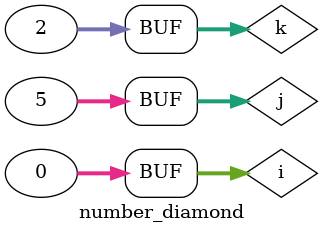
<source format=v>
module number_diamond;
integer i, j, k;
initial begin
    // Upper half
    for (i = 1; i <= 5; i = i + 1) begin
        // spaces
        for (j = 1; j <= 5 - i; j = j + 1)
            $write(" ");
        for (k = 1; k <= i; k = k + 1)
            $write("%0d", i);  end
  // Lower half
    for (i = 4; i >= 1; i = i - 1) begin
        // spaces
        for (j = 1; j <= 5 - i; j = j + 1)
            $write(" ");
        for (k = 1; k <= i; k = k + 1)
          $write("%0d", i);
      $write("\n");
    end
end

endmodule

</source>
